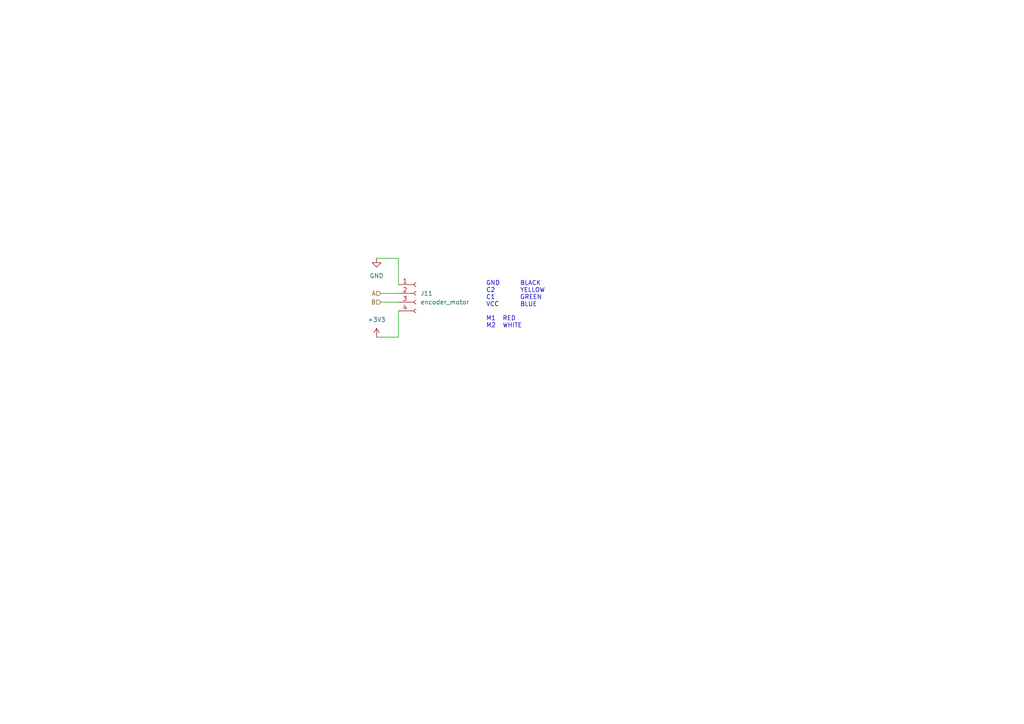
<source format=kicad_sch>
(kicad_sch (version 20230121) (generator eeschema)
  (paper "A4")
  (lib_symbols
    (symbol "Connector:Conn_01x04_Socket" (pin_names (offset 1.016) hide)
      (property "Reference" "J" (at 0 5.08 0))
      (property "Value" "Conn_01x04_Socket" (at 0 -7.62 0))
      (symbol "Conn_01x04_Socket_1_1"
        (arc (start 0 -4.572) (mid -0.5058 -5.08) (end 0 -5.588) (stroke (width 0.1524)))
        (arc (start 0 -2.032) (mid -0.5058 -2.54) (end 0 -3.048) (stroke (width 0.1524)))
        (polyline (pts (xy -1.27 -5.08) (xy -0.508 -5.08)) (stroke (width 0.1524)))
        (polyline (pts (xy -1.27 -2.54) (xy -0.508 -2.54)) (stroke (width 0.1524)))
        (polyline (pts (xy -1.27 0) (xy -0.508 0)) (stroke (width 0.1524)))
        (polyline (pts (xy -1.27 2.54) (xy -0.508 2.54)) (stroke (width 0.1524)))
        (arc (start 0 0.508) (mid -0.5058 0) (end 0 -0.508) (stroke (width 0.1524)))
        (arc (start 0 3.048) (mid -0.5058 2.54) (end 0 2.032) (stroke (width 0.1524)))
        (pin passive line (at -5.08 2.54 0) (length 3.81) (name "Pin_1") (number "1"))
        (pin passive line (at -5.08 0 0) (length 3.81) (name "Pin_2") (number "2"))
        (pin passive line (at -5.08 -2.54 0) (length 3.81) (name "Pin_3") (number "3"))
        (pin passive line (at -5.08 -5.08 0) (length 3.81) (name "Pin_4") (number "4"))
      )
    )
    (symbol "power:+3V3" (power) (pin_names (offset 0))
      (property "Value" "+3V3" (at 0 3.556 0))
      (symbol "+3V3_0_1"
        (polyline (pts (xy -0.762 1.27) (xy 0 2.54)))
        (polyline (pts (xy 0 0) (xy 0 2.54)))
        (polyline (pts (xy 0 2.54) (xy 0.762 1.27)))
      )
      (symbol "+3V3_1_1"
        (pin power_in line (at 0 0 90) (length 0) hide (name "+3V3") (number "1"))
      )
    )
    (symbol "power:GND" (power) (pin_names (offset 0))
      (property "Value" "GND" (at 0 -3.81 0))
      (symbol "GND_0_1"
        (polyline (pts (xy 0 0) (xy 0 -1.27) (xy 1.27 -1.27) (xy 0 -2.54) (xy -1.27 -1.27) (xy 0 -1.27)))
      )
      (symbol "GND_1_1"
        (pin power_in line (at 0 0 270) (length 0) hide (name "GND") (number "1"))
      )
    )
  )
  (wire (pts (xy 110.49 85.09) (xy 115.57 85.09)))
  (wire (pts (xy 115.57 97.79) (xy 115.57 90.17)))
  (wire (pts (xy 110.49 87.63) (xy 115.57 87.63)))
  (wire (pts (xy 109.22 97.79) (xy 115.57 97.79)))
  (wire (pts (xy 109.22 74.93) (xy 115.57 74.93)))
  (wire (pts (xy 115.57 74.93) (xy 115.57 82.55)))
  (text "GND 	BLACK\nC2		YELLOW\nC1		GREEN\nVCC		BLUE\n\nM1	RED\nM2	WHITE\n" (at 140.97 95.25 0) (effects (font (size 1.27 1.27)) (justify left bottom)))
  (hierarchical_label "B" (shape input) (at 110.49 87.63 180))
  (hierarchical_label "A" (shape input) (at 110.49 85.09 180))
  (symbol (lib_id "power:GND") (at 109.22 74.93 0) (unit 1)
    (property "Reference" "#PWR025" (effects hide))
    (property "Value" "GND" (at 109.22 80.01 0))
    (instances (project "mirte-master" (path "" (reference "#PWR025") (unit 1)) (path "" (reference "#PWR027") (unit 1)) (path "" (reference "#PWR029") (unit 1)) (path "" (reference "#PWR031") (unit 1))))
  )
  (symbol (lib_id "power:+3V3") (at 109.22 97.79 0) (unit 1)
    (property "Reference" "#PWR026" (effects hide))
    (property "Value" "+3V3" (at 109.22 92.71 0))
    (instances (project "mirte-master" (path "" (reference "#PWR026") (unit 1)) (path "" (reference "#PWR028") (unit 1)) (path "" (reference "#PWR030") (unit 1)) (path "" (reference "#PWR032") (unit 1))))
  )
  (symbol (lib_id "Connector:Conn_01x04_Socket") (at 120.65 85.09 0) (unit 1)
    (property "Reference" "J11" (at 121.92 85.09 0) (effects (justify left)))
    (property "Value" "encoder_motor" (at 121.92 87.63 0) (effects (justify left)))
    (property "Footprint" "Connector_JST:JST_XH_B4B-XH-A_1x04_P2.50mm_Vertical" (effects hide))
    (instances (project "mirte-master" (path "" (reference "J11") (unit 1)) (path "" (reference "J12") (unit 1)) (path "" (reference "J13") (unit 1)) (path "" (reference "J14") (unit 1))))
  )
)
</source>
